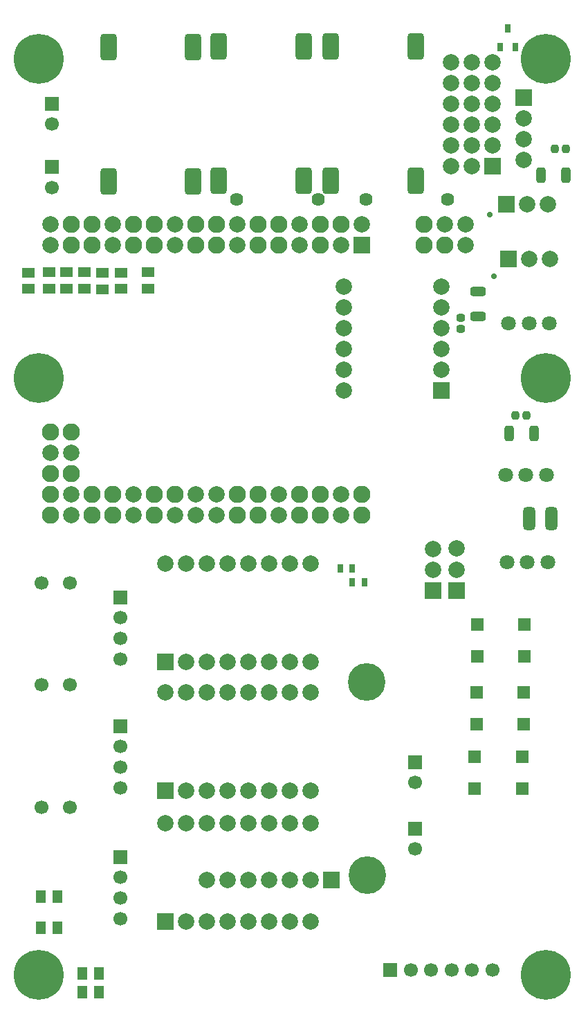
<source format=gts>
G04*
G04 #@! TF.GenerationSoftware,Altium Limited,Altium Designer,24.2.2 (26)*
G04*
G04 Layer_Color=8388736*
%FSLAX43Y43*%
%MOMM*%
G71*
G04*
G04 #@! TF.SameCoordinates,826AFC0B-8DA9-4817-B3A0-D4F6A81A9B3F*
G04*
G04*
G04 #@! TF.FilePolarity,Negative*
G04*
G01*
G75*
%ADD15R,0.700X1.000*%
%ADD16R,1.500X1.500*%
G04:AMPARAMS|DCode=17|XSize=1.05mm|YSize=0.95mm|CornerRadius=0.263mm|HoleSize=0mm|Usage=FLASHONLY|Rotation=270.000|XOffset=0mm|YOffset=0mm|HoleType=Round|Shape=RoundedRectangle|*
%AMROUNDEDRECTD17*
21,1,1.050,0.425,0,0,270.0*
21,1,0.525,0.950,0,0,270.0*
1,1,0.525,-0.213,-0.263*
1,1,0.525,-0.213,0.263*
1,1,0.525,0.213,0.263*
1,1,0.525,0.213,-0.263*
%
%ADD17ROUNDEDRECTD17*%
G04:AMPARAMS|DCode=18|XSize=1.9mm|YSize=1.15mm|CornerRadius=0.313mm|HoleSize=0mm|Usage=FLASHONLY|Rotation=270.000|XOffset=0mm|YOffset=0mm|HoleType=Round|Shape=RoundedRectangle|*
%AMROUNDEDRECTD18*
21,1,1.900,0.525,0,0,270.0*
21,1,1.275,1.150,0,0,270.0*
1,1,0.625,-0.263,-0.638*
1,1,0.625,-0.263,0.638*
1,1,0.625,0.263,0.638*
1,1,0.625,0.263,-0.638*
%
%ADD18ROUNDEDRECTD18*%
G04:AMPARAMS|DCode=19|XSize=2.8mm|YSize=1.45mm|CornerRadius=0.388mm|HoleSize=0mm|Usage=FLASHONLY|Rotation=270.000|XOffset=0mm|YOffset=0mm|HoleType=Round|Shape=RoundedRectangle|*
%AMROUNDEDRECTD19*
21,1,2.800,0.675,0,0,270.0*
21,1,2.025,1.450,0,0,270.0*
1,1,0.775,-0.338,-1.013*
1,1,0.775,-0.338,1.013*
1,1,0.775,0.338,1.013*
1,1,0.775,0.338,-1.013*
%
%ADD19ROUNDEDRECTD19*%
G04:AMPARAMS|DCode=20|XSize=1.05mm|YSize=0.95mm|CornerRadius=0.263mm|HoleSize=0mm|Usage=FLASHONLY|Rotation=0.000|XOffset=0mm|YOffset=0mm|HoleType=Round|Shape=RoundedRectangle|*
%AMROUNDEDRECTD20*
21,1,1.050,0.425,0,0,0.0*
21,1,0.525,0.950,0,0,0.0*
1,1,0.525,0.263,-0.213*
1,1,0.525,-0.263,-0.213*
1,1,0.525,-0.263,0.213*
1,1,0.525,0.263,0.213*
%
%ADD20ROUNDEDRECTD20*%
G04:AMPARAMS|DCode=21|XSize=1.9mm|YSize=1.15mm|CornerRadius=0.313mm|HoleSize=0mm|Usage=FLASHONLY|Rotation=0.000|XOffset=0mm|YOffset=0mm|HoleType=Round|Shape=RoundedRectangle|*
%AMROUNDEDRECTD21*
21,1,1.900,0.525,0,0,0.0*
21,1,1.275,1.150,0,0,0.0*
1,1,0.625,0.638,-0.263*
1,1,0.625,-0.638,-0.263*
1,1,0.625,-0.638,0.263*
1,1,0.625,0.638,0.263*
%
%ADD21ROUNDEDRECTD21*%
%ADD22R,0.800X1.100*%
%ADD23R,1.500X1.250*%
%ADD24R,1.250X1.500*%
%ADD25C,1.624*%
G04:AMPARAMS|DCode=26|XSize=3.3mm|YSize=2.1mm|CornerRadius=0.55mm|HoleSize=0mm|Usage=FLASHONLY|Rotation=90.000|XOffset=0mm|YOffset=0mm|HoleType=Round|Shape=RoundedRectangle|*
%AMROUNDEDRECTD26*
21,1,3.300,1.000,0,0,90.0*
21,1,2.200,2.100,0,0,90.0*
1,1,1.100,0.500,1.100*
1,1,1.100,0.500,-1.100*
1,1,1.100,-0.500,-1.100*
1,1,1.100,-0.500,1.100*
%
%ADD26ROUNDEDRECTD26*%
%ADD27R,2.000X2.000*%
%ADD28C,2.000*%
%ADD29R,1.700X1.700*%
%ADD30C,1.700*%
%ADD31R,2.000X2.000*%
%ADD32C,4.600*%
%ADD33R,1.700X1.700*%
%ADD34C,1.800*%
%ADD35C,6.100*%
%ADD36C,2.103*%
%ADD37C,0.700*%
D15*
X60425Y117400D02*
D03*
X61375Y119700D02*
D03*
X62325Y117400D02*
D03*
D16*
X63150Y30650D02*
D03*
X57350D02*
D03*
X63150Y26750D02*
D03*
X57350D02*
D03*
X57625Y42950D02*
D03*
X63425D02*
D03*
X57625Y46850D02*
D03*
X63425D02*
D03*
X57550Y34600D02*
D03*
X63350D02*
D03*
X57550Y38500D02*
D03*
X63350D02*
D03*
D17*
X68525Y104975D02*
D03*
X67175D02*
D03*
X63700Y72400D02*
D03*
X62350D02*
D03*
D18*
X68500Y101800D02*
D03*
X65450D02*
D03*
X64575Y70225D02*
D03*
X61525D02*
D03*
D19*
X66750Y59750D02*
D03*
X64000D02*
D03*
D20*
X55625Y84350D02*
D03*
Y83000D02*
D03*
D21*
X57725Y87575D02*
D03*
Y84525D02*
D03*
D22*
X40850Y53700D02*
D03*
X42350D02*
D03*
X42325Y51975D02*
D03*
X43825D02*
D03*
D23*
X7375Y89900D02*
D03*
Y87900D02*
D03*
X11750Y87825D02*
D03*
Y89825D02*
D03*
X14047Y87868D02*
D03*
Y89868D02*
D03*
X17333Y87875D02*
D03*
Y89875D02*
D03*
X9525Y87925D02*
D03*
Y89925D02*
D03*
X5225Y89875D02*
D03*
Y87875D02*
D03*
X2725Y89850D02*
D03*
Y87850D02*
D03*
D24*
X6223Y13589D02*
D03*
X4223D02*
D03*
X9303Y4191D02*
D03*
X11303D02*
D03*
X6223Y9779D02*
D03*
X4223D02*
D03*
X9303Y1905D02*
D03*
X11303D02*
D03*
D25*
X38200Y98775D02*
D03*
X28200D02*
D03*
X44050Y98800D02*
D03*
X54050D02*
D03*
D26*
X12500Y101000D02*
D03*
X22900D02*
D03*
Y117400D02*
D03*
X12500D02*
D03*
X26000Y117500D02*
D03*
X36400D02*
D03*
Y101100D02*
D03*
X26000D02*
D03*
X39725Y101125D02*
D03*
X50125D02*
D03*
Y117525D02*
D03*
X39725D02*
D03*
D27*
X55100Y51010D02*
D03*
X52255Y50990D02*
D03*
X63295Y111285D02*
D03*
X53275Y75400D02*
D03*
X59480Y102900D02*
D03*
D28*
X55100Y53550D02*
D03*
X55095Y56095D02*
D03*
X52255Y53530D02*
D03*
X52250Y56075D02*
D03*
X64040Y91500D02*
D03*
X66585Y91505D02*
D03*
X24575Y15575D02*
D03*
X27115D02*
D03*
X29655D02*
D03*
X34730Y15570D02*
D03*
X37275Y15575D02*
D03*
X32195D02*
D03*
X63300Y106200D02*
D03*
X63295Y108745D02*
D03*
Y103665D02*
D03*
X41325Y77940D02*
D03*
X53275D02*
D03*
X41325Y75400D02*
D03*
X53275Y88100D02*
D03*
Y85560D02*
D03*
X53280Y80485D02*
D03*
X53275Y83020D02*
D03*
X41330Y85560D02*
D03*
X41325Y83020D02*
D03*
Y80485D02*
D03*
Y88100D02*
D03*
X56175Y95735D02*
D03*
X53635D02*
D03*
X56175Y93195D02*
D03*
X5375Y93200D02*
D03*
X12995D02*
D03*
X20615D02*
D03*
X5375Y95740D02*
D03*
X12995D02*
D03*
X20615D02*
D03*
X28235Y93200D02*
D03*
Y95740D02*
D03*
X35855Y93200D02*
D03*
Y95740D02*
D03*
X43475D02*
D03*
X40935Y93200D02*
D03*
X7915Y62720D02*
D03*
Y67800D02*
D03*
X5375D02*
D03*
X25695Y62720D02*
D03*
X33315D02*
D03*
X40935D02*
D03*
X25695Y60180D02*
D03*
X33315D02*
D03*
X40935D02*
D03*
X23155Y62720D02*
D03*
X7915Y60180D02*
D03*
X15535D02*
D03*
X23155D02*
D03*
X20615D02*
D03*
X15535Y62720D02*
D03*
X37240Y26543D02*
D03*
X34700D02*
D03*
X32160D02*
D03*
X29620D02*
D03*
X24545Y26538D02*
D03*
X22000Y26543D02*
D03*
X27080D02*
D03*
X37240Y38543D02*
D03*
X34700D02*
D03*
X32160D02*
D03*
X29620D02*
D03*
X24545Y38538D02*
D03*
X22000Y38543D02*
D03*
X19460D02*
D03*
X27080D02*
D03*
X66295Y98255D02*
D03*
X63750Y98250D02*
D03*
X27080Y54291D02*
D03*
X19460D02*
D03*
X22000D02*
D03*
X24545Y54286D02*
D03*
X29620Y54291D02*
D03*
X32160D02*
D03*
X34700D02*
D03*
X37240D02*
D03*
X27080Y42291D02*
D03*
X22000D02*
D03*
X24545Y42286D02*
D03*
X29620Y42291D02*
D03*
X32160D02*
D03*
X34700D02*
D03*
X37240D02*
D03*
Y10541D02*
D03*
X34700D02*
D03*
X32160D02*
D03*
X29620D02*
D03*
X24545Y10536D02*
D03*
X22000Y10541D02*
D03*
X27080D02*
D03*
X37240Y22541D02*
D03*
X34700D02*
D03*
X32160D02*
D03*
X29620D02*
D03*
X24545Y22536D02*
D03*
X22000Y22541D02*
D03*
X19460D02*
D03*
X27080D02*
D03*
X59480Y107980D02*
D03*
Y105440D02*
D03*
Y110520D02*
D03*
Y113060D02*
D03*
Y115600D02*
D03*
X56940Y107980D02*
D03*
Y105440D02*
D03*
Y102900D02*
D03*
Y110520D02*
D03*
Y113060D02*
D03*
Y115600D02*
D03*
X54400Y107980D02*
D03*
Y105440D02*
D03*
Y102900D02*
D03*
Y110520D02*
D03*
Y113060D02*
D03*
Y115600D02*
D03*
D29*
X50050Y30000D02*
D03*
Y21875D02*
D03*
X5587Y102787D02*
D03*
X14000Y34381D02*
D03*
Y18379D02*
D03*
X5600Y110525D02*
D03*
X14000Y50129D02*
D03*
D30*
X50050Y27500D02*
D03*
Y19375D02*
D03*
X59500Y4575D02*
D03*
X54500D02*
D03*
X52000D02*
D03*
X49500D02*
D03*
X57000D02*
D03*
X5587Y100287D02*
D03*
X14000Y26881D02*
D03*
Y29381D02*
D03*
Y31881D02*
D03*
Y15879D02*
D03*
Y13379D02*
D03*
Y10879D02*
D03*
X5600Y108025D02*
D03*
X4286Y39497D02*
D03*
X7786D02*
D03*
X4286Y51943D02*
D03*
X7786D02*
D03*
X4286Y24511D02*
D03*
X7786D02*
D03*
X14000Y47629D02*
D03*
Y45129D02*
D03*
Y42629D02*
D03*
D31*
X61500Y91500D02*
D03*
X39815Y15575D02*
D03*
X43475Y93200D02*
D03*
X19460Y26543D02*
D03*
X61210Y98250D02*
D03*
X19460Y42291D02*
D03*
Y10541D02*
D03*
D32*
X44202Y16152D02*
D03*
X44075Y39775D02*
D03*
D33*
X47000Y4575D02*
D03*
D34*
X64000Y83625D02*
D03*
X66500D02*
D03*
X61500D02*
D03*
X61100Y65075D02*
D03*
X66100D02*
D03*
X63600D02*
D03*
X61275Y54450D02*
D03*
X66275D02*
D03*
X63775D02*
D03*
D35*
X4000Y77000D02*
D03*
X66000D02*
D03*
X4000Y116000D02*
D03*
X66000D02*
D03*
X4000Y4000D02*
D03*
X66000D02*
D03*
D36*
X51095Y93195D02*
D03*
Y95735D02*
D03*
X53635Y93195D02*
D03*
X7915Y93200D02*
D03*
X10455D02*
D03*
X15535D02*
D03*
X18075D02*
D03*
X7915Y95740D02*
D03*
X10455D02*
D03*
X15535D02*
D03*
X23155Y93200D02*
D03*
X25695D02*
D03*
X23155Y95740D02*
D03*
X25695D02*
D03*
X30775Y93200D02*
D03*
X33315D02*
D03*
X30775Y95740D02*
D03*
X33315D02*
D03*
X38395D02*
D03*
X40935D02*
D03*
X38395Y93200D02*
D03*
X18075Y95740D02*
D03*
X5375Y62720D02*
D03*
X30789Y60193D02*
D03*
X7915Y70340D02*
D03*
Y65260D02*
D03*
X5375D02*
D03*
Y70340D02*
D03*
X30775Y62720D02*
D03*
X28235D02*
D03*
X35855D02*
D03*
X43475D02*
D03*
X38395D02*
D03*
X28235Y60180D02*
D03*
X38395D02*
D03*
X35855D02*
D03*
X43475D02*
D03*
X18075Y62720D02*
D03*
X20615D02*
D03*
X10455Y60180D02*
D03*
X12995D02*
D03*
X18075D02*
D03*
X5375D02*
D03*
X10455Y62720D02*
D03*
X12995D02*
D03*
D37*
X59200Y96925D02*
D03*
X59650Y89450D02*
D03*
M02*

</source>
